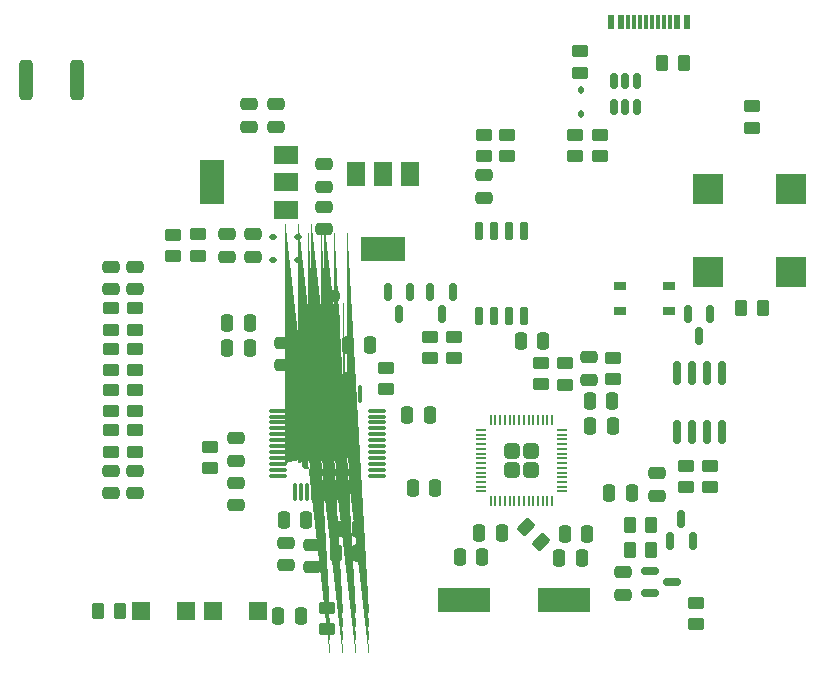
<source format=gbr>
%TF.GenerationSoftware,KiCad,Pcbnew,7.0.7-7.0.7~ubuntu23.04.1*%
%TF.CreationDate,2023-08-16T01:11:18+00:00*%
%TF.ProjectId,AMFOC01,414d464f-4330-4312-9e6b-696361645f70,rev?*%
%TF.SameCoordinates,Original*%
%TF.FileFunction,Paste,Top*%
%TF.FilePolarity,Positive*%
%FSLAX46Y46*%
G04 Gerber Fmt 4.6, Leading zero omitted, Abs format (unit mm)*
G04 Created by KiCad (PCBNEW 7.0.7-7.0.7~ubuntu23.04.1) date 2023-08-16 01:11:18*
%MOMM*%
%LPD*%
G01*
G04 APERTURE LIST*
G04 Aperture macros list*
%AMRoundRect*
0 Rectangle with rounded corners*
0 $1 Rounding radius*
0 $2 $3 $4 $5 $6 $7 $8 $9 X,Y pos of 4 corners*
0 Add a 4 corners polygon primitive as box body*
4,1,4,$2,$3,$4,$5,$6,$7,$8,$9,$2,$3,0*
0 Add four circle primitives for the rounded corners*
1,1,$1+$1,$2,$3*
1,1,$1+$1,$4,$5*
1,1,$1+$1,$6,$7*
1,1,$1+$1,$8,$9*
0 Add four rect primitives between the rounded corners*
20,1,$1+$1,$2,$3,$4,$5,0*
20,1,$1+$1,$4,$5,$6,$7,0*
20,1,$1+$1,$6,$7,$8,$9,0*
20,1,$1+$1,$8,$9,$2,$3,0*%
%AMFreePoly0*
4,1,57,0.310454,0.500914,0.314650,0.501215,0.316895,0.499988,0.322751,0.499147,0.347130,0.483479,0.372568,0.469589,0.469589,0.372568,0.482119,0.355828,0.485300,0.353073,0.486021,0.350617,0.489565,0.345883,0.495723,0.317573,0.503891,0.289756,0.503891,-0.289756,0.500914,-0.310455,0.501215,-0.314651,0.499988,-0.316896,0.499147,-0.322751,0.483480,-0.347128,0.469589,-0.372568,
0.372568,-0.469589,0.355826,-0.482121,0.353073,-0.485300,0.350618,-0.486020,0.345883,-0.489566,0.317566,-0.495725,0.289756,-0.503891,-0.289756,-0.503891,-0.310455,-0.500914,-0.314651,-0.501215,-0.316896,-0.499988,-0.322751,-0.499147,-0.347128,-0.483480,-0.372568,-0.469589,-0.469589,-0.372568,-0.482121,-0.355826,-0.485300,-0.353073,-0.486020,-0.350618,-0.489566,-0.345883,-0.495725,-0.317566,
-0.503891,-0.289756,-0.503891,0.289756,-0.500914,0.310454,-0.501215,0.314650,-0.499988,0.316895,-0.499147,0.322751,-0.483479,0.347130,-0.469589,0.372568,-0.372568,0.469589,-0.355828,0.482119,-0.353073,0.485300,-0.350617,0.486021,-0.345883,0.489565,-0.317573,0.495723,-0.289756,0.503891,0.289756,0.503891,0.310454,0.500914,0.310454,0.500914,$1*%
G04 Aperture macros list end*
%ADD10RoundRect,0.250000X-0.262500X-0.450000X0.262500X-0.450000X0.262500X0.450000X-0.262500X0.450000X0*%
%ADD11RoundRect,0.250000X0.450000X-0.262500X0.450000X0.262500X-0.450000X0.262500X-0.450000X-0.262500X0*%
%ADD12RoundRect,0.250000X-0.475000X0.250000X-0.475000X-0.250000X0.475000X-0.250000X0.475000X0.250000X0*%
%ADD13RoundRect,0.250000X-0.250000X-0.475000X0.250000X-0.475000X0.250000X0.475000X-0.250000X0.475000X0*%
%ADD14RoundRect,0.250000X-0.450000X0.262500X-0.450000X-0.262500X0.450000X-0.262500X0.450000X0.262500X0*%
%ADD15RoundRect,0.250000X0.250000X0.475000X-0.250000X0.475000X-0.250000X-0.475000X0.250000X-0.475000X0*%
%ADD16RoundRect,0.250000X0.475000X-0.250000X0.475000X0.250000X-0.475000X0.250000X-0.475000X-0.250000X0*%
%ADD17RoundRect,0.250000X0.262500X0.450000X-0.262500X0.450000X-0.262500X-0.450000X0.262500X-0.450000X0*%
%ADD18RoundRect,0.112500X0.187500X0.112500X-0.187500X0.112500X-0.187500X-0.112500X0.187500X-0.112500X0*%
%ADD19RoundRect,0.150000X0.150000X-0.587500X0.150000X0.587500X-0.150000X0.587500X-0.150000X-0.587500X0*%
%ADD20R,1.050000X0.650000*%
%ADD21RoundRect,0.250000X-0.503814X-0.132583X-0.132583X-0.503814X0.503814X0.132583X0.132583X0.503814X0*%
%ADD22RoundRect,0.150000X-0.587500X-0.150000X0.587500X-0.150000X0.587500X0.150000X-0.587500X0.150000X0*%
%ADD23RoundRect,0.150000X-0.150000X0.587500X-0.150000X-0.587500X0.150000X-0.587500X0.150000X0.587500X0*%
%ADD24RoundRect,0.112500X-0.112500X0.187500X-0.112500X-0.187500X0.112500X-0.187500X0.112500X0.187500X0*%
%ADD25RoundRect,0.150000X-0.150000X0.825000X-0.150000X-0.825000X0.150000X-0.825000X0.150000X0.825000X0*%
%ADD26R,1.500000X1.500000*%
%ADD27R,1.500000X2.000000*%
%ADD28R,3.800000X2.000000*%
%ADD29RoundRect,0.250000X-0.312500X-1.450000X0.312500X-1.450000X0.312500X1.450000X-0.312500X1.450000X0*%
%ADD30FreePoly0,180.000000*%
%ADD31RoundRect,0.075000X0.662500X0.075000X-0.662500X0.075000X-0.662500X-0.075000X0.662500X-0.075000X0*%
%ADD32RoundRect,0.075000X0.075000X0.662500X-0.075000X0.662500X-0.075000X-0.662500X0.075000X-0.662500X0*%
%ADD33RoundRect,0.150000X0.150000X-0.512500X0.150000X0.512500X-0.150000X0.512500X-0.150000X-0.512500X0*%
%ADD34RoundRect,0.150000X-0.150000X0.650000X-0.150000X-0.650000X0.150000X-0.650000X0.150000X0.650000X0*%
%ADD35RoundRect,0.249999X-0.395001X-0.395001X0.395001X-0.395001X0.395001X0.395001X-0.395001X0.395001X0*%
%ADD36RoundRect,0.050000X-0.387500X-0.050000X0.387500X-0.050000X0.387500X0.050000X-0.387500X0.050000X0*%
%ADD37RoundRect,0.050000X-0.050000X-0.387500X0.050000X-0.387500X0.050000X0.387500X-0.050000X0.387500X0*%
%ADD38R,2.500000X2.500000*%
%ADD39R,0.600000X1.150000*%
%ADD40R,0.300000X1.150000*%
%ADD41R,2.000000X1.500000*%
%ADD42R,2.000000X3.800000*%
%ADD43R,4.500000X2.000000*%
G04 APERTURE END LIST*
D10*
%TO.C,R1*%
X57620000Y-10980000D03*
X59445000Y-10980000D03*
%TD*%
D11*
%TO.C,R19*%
X13020000Y-40442500D03*
X13020000Y-38617500D03*
%TD*%
D10*
%TO.C,R32*%
X54895000Y-52180000D03*
X56720000Y-52180000D03*
%TD*%
D12*
%TO.C,C7*%
X20820000Y-25480000D03*
X20820000Y-27380000D03*
%TD*%
%TO.C,C1*%
X29020000Y-23130000D03*
X29020000Y-25030000D03*
%TD*%
D13*
%TO.C,C24*%
X25120000Y-57780000D03*
X27020000Y-57780000D03*
%TD*%
D11*
%TO.C,R12*%
X59620000Y-46880000D03*
X59620000Y-45055000D03*
%TD*%
D13*
%TO.C,C17*%
X45670000Y-34480000D03*
X47570000Y-34480000D03*
%TD*%
D14*
%TO.C,R3*%
X53450000Y-35945000D03*
X53450000Y-37770000D03*
%TD*%
%TO.C,R38*%
X50270000Y-17055000D03*
X50270000Y-18880000D03*
%TD*%
D10*
%TO.C,R34*%
X30100000Y-50460000D03*
X31925000Y-50460000D03*
%TD*%
D14*
%TO.C,R16*%
X29220000Y-57080000D03*
X29220000Y-58905000D03*
%TD*%
D15*
%TO.C,C28*%
X27500000Y-49660000D03*
X25600000Y-49660000D03*
%TD*%
D16*
%TO.C,C13*%
X29620000Y-32580000D03*
X29620000Y-30680000D03*
%TD*%
D11*
%TO.C,R39*%
X52370000Y-18880000D03*
X52370000Y-17055000D03*
%TD*%
%TO.C,R29*%
X37970000Y-35980000D03*
X37970000Y-34155000D03*
%TD*%
D17*
%TO.C,R9*%
X11732500Y-57380000D03*
X9907500Y-57380000D03*
%TD*%
D14*
%TO.C,R18*%
X13020000Y-35180000D03*
X13020000Y-37005000D03*
%TD*%
D13*
%TO.C,C6*%
X49400000Y-50850000D03*
X51300000Y-50850000D03*
%TD*%
D18*
%TO.C,D3*%
X26770000Y-25680000D03*
X24670000Y-25680000D03*
%TD*%
D12*
%TO.C,C30*%
X10970000Y-45480000D03*
X10970000Y-47380000D03*
%TD*%
D11*
%TO.C,R22*%
X13020000Y-43892500D03*
X13020000Y-42067500D03*
%TD*%
D12*
%TO.C,C23*%
X28020000Y-51780000D03*
X28020000Y-53680000D03*
%TD*%
D14*
%TO.C,R14*%
X18320000Y-25480000D03*
X18320000Y-27305000D03*
%TD*%
D16*
%TO.C,C25*%
X13020000Y-30130000D03*
X13020000Y-28230000D03*
%TD*%
D18*
%TO.C,D5*%
X26790000Y-27690000D03*
X24690000Y-27690000D03*
%TD*%
D19*
%TO.C,Q5*%
X58320000Y-51480000D03*
X60220000Y-51480000D03*
X59270000Y-49605000D03*
%TD*%
D15*
%TO.C,C15*%
X38420000Y-46980000D03*
X36520000Y-46980000D03*
%TD*%
D20*
%TO.C,SW1*%
X58195000Y-32010000D03*
X54045000Y-32010000D03*
X58195000Y-29860000D03*
X54070000Y-29860000D03*
%TD*%
D14*
%TO.C,R5*%
X47400000Y-36367500D03*
X47400000Y-38192500D03*
%TD*%
D12*
%TO.C,C32*%
X25820000Y-51580000D03*
X25820000Y-53480000D03*
%TD*%
D21*
%TO.C,R7*%
X46070000Y-50250000D03*
X47360470Y-51540470D03*
%TD*%
D10*
%TO.C,R33*%
X54895000Y-50080000D03*
X56720000Y-50080000D03*
%TD*%
%TO.C,R11*%
X64320000Y-31680000D03*
X66145000Y-31680000D03*
%TD*%
D14*
%TO.C,R6*%
X49380000Y-36375000D03*
X49380000Y-38200000D03*
%TD*%
D12*
%TO.C,C20*%
X57200000Y-45710000D03*
X57200000Y-47610000D03*
%TD*%
D13*
%TO.C,C16*%
X53150000Y-47360000D03*
X55050000Y-47360000D03*
%TD*%
D12*
%TO.C,C21*%
X54320000Y-54080000D03*
X54320000Y-55980000D03*
%TD*%
D22*
%TO.C,Q4*%
X56620000Y-53980000D03*
X56620000Y-55880000D03*
X58495000Y-54930000D03*
%TD*%
D16*
%TO.C,C4*%
X22620000Y-16380000D03*
X22620000Y-14480000D03*
%TD*%
D14*
%TO.C,R25*%
X10970000Y-31717500D03*
X10970000Y-33542500D03*
%TD*%
%TO.C,R21*%
X13020000Y-31717500D03*
X13020000Y-33542500D03*
%TD*%
D23*
%TO.C,Q3*%
X36320000Y-30380000D03*
X34420000Y-30380000D03*
X35370000Y-32255000D03*
%TD*%
D24*
%TO.C,D2*%
X50770000Y-13230000D03*
X50770000Y-15330000D03*
%TD*%
D13*
%TO.C,C9*%
X42160000Y-50730000D03*
X44060000Y-50730000D03*
%TD*%
D23*
%TO.C,Q1*%
X61720000Y-32205000D03*
X59820000Y-32205000D03*
X60770000Y-34080000D03*
%TD*%
D11*
%TO.C,R24*%
X10970000Y-40442500D03*
X10970000Y-38617500D03*
%TD*%
D25*
%TO.C,U6*%
X62690000Y-37230000D03*
X61420000Y-37230000D03*
X60150000Y-37230000D03*
X58880000Y-37230000D03*
X58880000Y-42180000D03*
X60150000Y-42180000D03*
X61420000Y-42180000D03*
X62690000Y-42180000D03*
%TD*%
D26*
%TO.C,D1*%
X17307500Y-57380000D03*
X13547500Y-57380000D03*
%TD*%
D16*
%TO.C,C27*%
X21520000Y-48430000D03*
X21520000Y-46530000D03*
%TD*%
D12*
%TO.C,C11*%
X23020000Y-25480000D03*
X23020000Y-27380000D03*
%TD*%
D15*
%TO.C,C19*%
X22720000Y-32980000D03*
X20820000Y-32980000D03*
%TD*%
D27*
%TO.C,U1*%
X36320000Y-20380000D03*
X34020000Y-20380000D03*
D28*
X34020000Y-26680000D03*
D27*
X31720000Y-20380000D03*
%TD*%
D29*
%TO.C,F1*%
X3800000Y-12400000D03*
X8075000Y-12400000D03*
%TD*%
D30*
%TO.C,U7*%
X30987500Y-44847500D03*
X30987500Y-43722500D03*
X30987500Y-42597500D03*
X30987500Y-41472500D03*
X29862500Y-44847500D03*
X29862500Y-43722500D03*
X29862500Y-42597500D03*
X29862500Y-41472500D03*
X28737500Y-44847500D03*
X28737500Y-43722500D03*
X28737500Y-42597500D03*
X28737500Y-41472500D03*
X27612500Y-44847500D03*
X27612500Y-43722500D03*
X27612500Y-42597500D03*
X27612500Y-41472500D03*
D31*
X33462500Y-45910000D03*
X33462500Y-45410000D03*
X33462500Y-44910000D03*
X33462500Y-44410000D03*
X33462500Y-43910000D03*
X33462500Y-43410000D03*
X33462500Y-42910000D03*
X33462500Y-42410000D03*
X33462500Y-41910000D03*
X33462500Y-41410000D03*
X33462500Y-40910000D03*
X33462500Y-40410000D03*
D32*
X32050000Y-38997500D03*
X31550000Y-38997500D03*
X31050000Y-38997500D03*
X30550000Y-38997500D03*
X30050000Y-38997500D03*
X29550000Y-38997500D03*
X29050000Y-38997500D03*
X28550000Y-38997500D03*
X28050000Y-38997500D03*
X27550000Y-38997500D03*
X27050000Y-38997500D03*
X26550000Y-38997500D03*
D31*
X25137500Y-40410000D03*
X25137500Y-40910000D03*
X25137500Y-41410000D03*
X25137500Y-41910000D03*
X25137500Y-42410000D03*
X25137500Y-42910000D03*
X25137500Y-43410000D03*
X25137500Y-43910000D03*
X25137500Y-44410000D03*
X25137500Y-44910000D03*
X25137500Y-45410000D03*
X25137500Y-45910000D03*
D32*
X26550000Y-47322500D03*
X27050000Y-47322500D03*
X27550000Y-47322500D03*
X28050000Y-47322500D03*
X28550000Y-47322500D03*
X29050000Y-47322500D03*
X29550000Y-47322500D03*
X30050000Y-47322500D03*
X30550000Y-47322500D03*
X31050000Y-47322500D03*
X31550000Y-47322500D03*
X32050000Y-47322500D03*
%TD*%
D11*
%TO.C,R26*%
X10970000Y-43880000D03*
X10970000Y-42055000D03*
%TD*%
D12*
%TO.C,C36*%
X42520000Y-20480000D03*
X42520000Y-22380000D03*
%TD*%
D33*
%TO.C,U2*%
X53570000Y-14736992D03*
X54520000Y-14736992D03*
X55470000Y-14736992D03*
X55470000Y-12461992D03*
X54520000Y-12461992D03*
X53570000Y-12461992D03*
%TD*%
D16*
%TO.C,C31*%
X21520000Y-44660000D03*
X21520000Y-42760000D03*
%TD*%
%TO.C,C3*%
X24920000Y-16380000D03*
X24920000Y-14480000D03*
%TD*%
%TO.C,C35*%
X25570000Y-36580000D03*
X25570000Y-34680000D03*
%TD*%
D11*
%TO.C,R13*%
X65220000Y-16480000D03*
X65220000Y-14655000D03*
%TD*%
D15*
%TO.C,C10*%
X50820000Y-52880000D03*
X48920000Y-52880000D03*
%TD*%
D16*
%TO.C,C2*%
X29020000Y-21430000D03*
X29020000Y-19530000D03*
%TD*%
D34*
%TO.C,U4*%
X45925000Y-25180000D03*
X44655000Y-25180000D03*
X43385000Y-25180000D03*
X42115000Y-25180000D03*
X42115000Y-32380000D03*
X43385000Y-32380000D03*
X44655000Y-32380000D03*
X45925000Y-32380000D03*
%TD*%
D11*
%TO.C,R28*%
X39970000Y-35980000D03*
X39970000Y-34155000D03*
%TD*%
D14*
%TO.C,R37*%
X42520000Y-17055000D03*
X42520000Y-18880000D03*
%TD*%
%TO.C,R2*%
X50720000Y-9967500D03*
X50720000Y-11792500D03*
%TD*%
D23*
%TO.C,Q2*%
X39920000Y-30355000D03*
X38020000Y-30355000D03*
X38970000Y-32230000D03*
%TD*%
D35*
%TO.C,U5*%
X44920000Y-43850000D03*
X44920000Y-45450000D03*
X46520000Y-43850000D03*
X46520000Y-45450000D03*
D36*
X42282500Y-42050000D03*
X42282500Y-42450000D03*
X42282500Y-42850000D03*
X42282500Y-43250000D03*
X42282500Y-43650000D03*
X42282500Y-44050000D03*
X42282500Y-44450000D03*
X42282500Y-44850000D03*
X42282500Y-45250000D03*
X42282500Y-45650000D03*
X42282500Y-46050000D03*
X42282500Y-46450000D03*
X42282500Y-46850000D03*
X42282500Y-47250000D03*
D37*
X43120000Y-48087500D03*
X43520000Y-48087500D03*
X43920000Y-48087500D03*
X44320000Y-48087500D03*
X44720000Y-48087500D03*
X45120000Y-48087500D03*
X45520000Y-48087500D03*
X45920000Y-48087500D03*
X46320000Y-48087500D03*
X46720000Y-48087500D03*
X47120000Y-48087500D03*
X47520000Y-48087500D03*
X47920000Y-48087500D03*
X48320000Y-48087500D03*
D36*
X49157500Y-47250000D03*
X49157500Y-46850000D03*
X49157500Y-46450000D03*
X49157500Y-46050000D03*
X49157500Y-45650000D03*
X49157500Y-45250000D03*
X49157500Y-44850000D03*
X49157500Y-44450000D03*
X49157500Y-44050000D03*
X49157500Y-43650000D03*
X49157500Y-43250000D03*
X49157500Y-42850000D03*
X49157500Y-42450000D03*
X49157500Y-42050000D03*
D37*
X48320000Y-41212500D03*
X47920000Y-41212500D03*
X47520000Y-41212500D03*
X47120000Y-41212500D03*
X46720000Y-41212500D03*
X46320000Y-41212500D03*
X45920000Y-41212500D03*
X45520000Y-41212500D03*
X45120000Y-41212500D03*
X44720000Y-41212500D03*
X44320000Y-41212500D03*
X43920000Y-41212500D03*
X43520000Y-41212500D03*
X43120000Y-41212500D03*
%TD*%
D13*
%TO.C,C18*%
X36070000Y-40780000D03*
X37970000Y-40780000D03*
%TD*%
%TO.C,C12*%
X51530000Y-39620000D03*
X53430000Y-39620000D03*
%TD*%
D11*
%TO.C,R27*%
X19320000Y-45280000D03*
X19320000Y-43455000D03*
%TD*%
D12*
%TO.C,C26*%
X13020000Y-45480000D03*
X13020000Y-47380000D03*
%TD*%
D38*
%TO.C,BZ1*%
X68520000Y-28680000D03*
X68520000Y-21680000D03*
X61520000Y-21680000D03*
X61520000Y-28680000D03*
%TD*%
D39*
%TO.C,J2*%
X59720000Y-7535000D03*
X58920000Y-7535000D03*
D40*
X57770000Y-7535000D03*
X56770000Y-7535000D03*
X56270000Y-7535000D03*
X55270000Y-7535000D03*
D39*
X53320000Y-7535000D03*
X54120000Y-7535000D03*
D40*
X54770000Y-7535000D03*
X55770000Y-7535000D03*
X57270000Y-7535000D03*
X58270000Y-7535000D03*
%TD*%
D16*
%TO.C,C8*%
X51430000Y-37800000D03*
X51430000Y-35900000D03*
%TD*%
D11*
%TO.C,R10*%
X61720000Y-46880000D03*
X61720000Y-45055000D03*
%TD*%
%TO.C,R8*%
X44470000Y-18880000D03*
X44470000Y-17055000D03*
%TD*%
D13*
%TO.C,C14*%
X51550000Y-41680000D03*
X53450000Y-41680000D03*
%TD*%
D15*
%TO.C,C34*%
X32920000Y-34880000D03*
X31020000Y-34880000D03*
%TD*%
D16*
%TO.C,C29*%
X10970000Y-30130000D03*
X10970000Y-28230000D03*
%TD*%
D41*
%TO.C,U3*%
X25820000Y-23380000D03*
X25820000Y-21080000D03*
D42*
X19520000Y-21080000D03*
D41*
X25820000Y-18780000D03*
%TD*%
D13*
%TO.C,C33*%
X30000000Y-52460000D03*
X31900000Y-52460000D03*
%TD*%
D11*
%TO.C,R36*%
X60520000Y-58505000D03*
X60520000Y-56680000D03*
%TD*%
D43*
%TO.C,Y1*%
X49350000Y-56460000D03*
X40850000Y-56460000D03*
%TD*%
D14*
%TO.C,R23*%
X10970000Y-35180000D03*
X10970000Y-37005000D03*
%TD*%
D11*
%TO.C,R35*%
X34220000Y-38605000D03*
X34220000Y-36780000D03*
%TD*%
D13*
%TO.C,C22*%
X40520000Y-52780000D03*
X42420000Y-52780000D03*
%TD*%
D15*
%TO.C,C5*%
X22720000Y-35080000D03*
X20820000Y-35080000D03*
%TD*%
D26*
%TO.C,D4*%
X23380000Y-57380000D03*
X19620000Y-57380000D03*
%TD*%
D11*
%TO.C,R15*%
X16200000Y-27322500D03*
X16200000Y-25497500D03*
%TD*%
M02*

</source>
